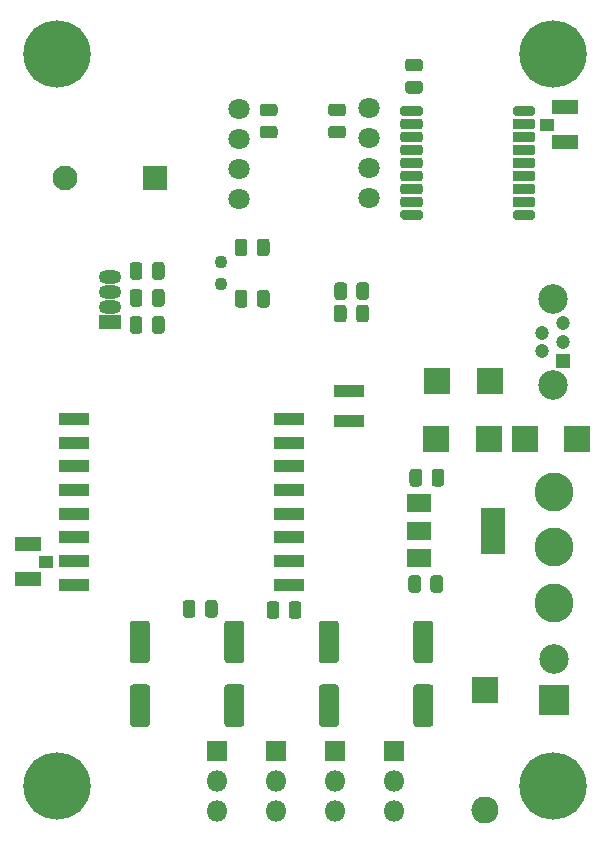
<source format=gbs>
%TF.GenerationSoftware,KiCad,Pcbnew,(5.1.6-0-10_14)*%
%TF.CreationDate,2021-05-13T11:26:55+02:00*%
%TF.ProjectId,ControlUnit,436f6e74-726f-46c5-956e-69742e6b6963,rev?*%
%TF.SameCoordinates,Original*%
%TF.FileFunction,Soldermask,Bot*%
%TF.FilePolarity,Negative*%
%FSLAX46Y46*%
G04 Gerber Fmt 4.6, Leading zero omitted, Abs format (unit mm)*
G04 Created by KiCad (PCBNEW (5.1.6-0-10_14)) date 2021-05-13 11:26:55*
%MOMM*%
%LPD*%
G01*
G04 APERTURE LIST*
%ADD10R,2.600000X1.100000*%
%ADD11R,2.100000X2.100000*%
%ADD12C,2.100000*%
%ADD13R,1.900000X1.170000*%
%ADD14O,1.900000X1.170000*%
%ADD15R,2.500000X2.500000*%
%ADD16C,2.500000*%
%ADD17R,1.200000X1.200000*%
%ADD18C,1.200000*%
%ADD19R,2.300000X1.150000*%
%ADD20R,1.150000X1.100000*%
%ADD21R,1.800000X1.800000*%
%ADD22O,1.800000X1.800000*%
%ADD23C,1.800000*%
%ADD24R,2.100000X1.600000*%
%ADD25R,2.100000X3.900000*%
%ADD26C,1.100000*%
%ADD27C,5.700000*%
%ADD28C,3.300000*%
%ADD29R,2.280000X2.220000*%
%ADD30R,2.300000X2.300000*%
%ADD31O,2.300000X2.300000*%
G04 APERTURE END LIST*
D10*
%TO.C,U4*%
X105454000Y-84948000D03*
X105454000Y-86948000D03*
X105454000Y-88948000D03*
X105454000Y-90948000D03*
X105454000Y-92948000D03*
X105454000Y-94948000D03*
X105454000Y-96948000D03*
X105454000Y-98948000D03*
X123654000Y-98948000D03*
X123654000Y-96948000D03*
X123654000Y-94948000D03*
X123654000Y-92948000D03*
X123654000Y-90948000D03*
X123654000Y-88948000D03*
X123654000Y-86948000D03*
X123654000Y-84948000D03*
%TD*%
%TO.C,J13*%
X128725000Y-85100000D03*
X128725000Y-82560000D03*
%TD*%
%TO.C,R2*%
G36*
G01*
X127462500Y-74581250D02*
X127462500Y-73618750D01*
G75*
G02*
X127731250Y-73350000I268750J0D01*
G01*
X128268750Y-73350000D01*
G75*
G02*
X128537500Y-73618750I0J-268750D01*
G01*
X128537500Y-74581250D01*
G75*
G02*
X128268750Y-74850000I-268750J0D01*
G01*
X127731250Y-74850000D01*
G75*
G02*
X127462500Y-74581250I0J268750D01*
G01*
G37*
G36*
G01*
X129337500Y-74581250D02*
X129337500Y-73618750D01*
G75*
G02*
X129606250Y-73350000I268750J0D01*
G01*
X130143750Y-73350000D01*
G75*
G02*
X130412500Y-73618750I0J-268750D01*
G01*
X130412500Y-74581250D01*
G75*
G02*
X130143750Y-74850000I-268750J0D01*
G01*
X129606250Y-74850000D01*
G75*
G02*
X129337500Y-74581250I0J268750D01*
G01*
G37*
%TD*%
D11*
%TO.C,BZ1*%
X112268000Y-64516000D03*
D12*
X104668000Y-64516000D03*
%TD*%
%TO.C,C2*%
G36*
G01*
X121975000Y-69918750D02*
X121975000Y-70881250D01*
G75*
G02*
X121706250Y-71150000I-268750J0D01*
G01*
X121168750Y-71150000D01*
G75*
G02*
X120900000Y-70881250I0J268750D01*
G01*
X120900000Y-69918750D01*
G75*
G02*
X121168750Y-69650000I268750J0D01*
G01*
X121706250Y-69650000D01*
G75*
G02*
X121975000Y-69918750I0J-268750D01*
G01*
G37*
G36*
G01*
X120100000Y-69918750D02*
X120100000Y-70881250D01*
G75*
G02*
X119831250Y-71150000I-268750J0D01*
G01*
X119293750Y-71150000D01*
G75*
G02*
X119025000Y-70881250I0J268750D01*
G01*
X119025000Y-69918750D01*
G75*
G02*
X119293750Y-69650000I268750J0D01*
G01*
X119831250Y-69650000D01*
G75*
G02*
X120100000Y-69918750I0J-268750D01*
G01*
G37*
%TD*%
%TO.C,C3*%
G36*
G01*
X120900000Y-75231250D02*
X120900000Y-74268750D01*
G75*
G02*
X121168750Y-74000000I268750J0D01*
G01*
X121706250Y-74000000D01*
G75*
G02*
X121975000Y-74268750I0J-268750D01*
G01*
X121975000Y-75231250D01*
G75*
G02*
X121706250Y-75500000I-268750J0D01*
G01*
X121168750Y-75500000D01*
G75*
G02*
X120900000Y-75231250I0J268750D01*
G01*
G37*
G36*
G01*
X119025000Y-75231250D02*
X119025000Y-74268750D01*
G75*
G02*
X119293750Y-74000000I268750J0D01*
G01*
X119831250Y-74000000D01*
G75*
G02*
X120100000Y-74268750I0J-268750D01*
G01*
X120100000Y-75231250D01*
G75*
G02*
X119831250Y-75500000I-268750J0D01*
G01*
X119293750Y-75500000D01*
G75*
G02*
X119025000Y-75231250I0J268750D01*
G01*
G37*
%TD*%
%TO.C,C5*%
G36*
G01*
X134800000Y-98418750D02*
X134800000Y-99381250D01*
G75*
G02*
X134531250Y-99650000I-268750J0D01*
G01*
X133993750Y-99650000D01*
G75*
G02*
X133725000Y-99381250I0J268750D01*
G01*
X133725000Y-98418750D01*
G75*
G02*
X133993750Y-98150000I268750J0D01*
G01*
X134531250Y-98150000D01*
G75*
G02*
X134800000Y-98418750I0J-268750D01*
G01*
G37*
G36*
G01*
X136675000Y-98418750D02*
X136675000Y-99381250D01*
G75*
G02*
X136406250Y-99650000I-268750J0D01*
G01*
X135868750Y-99650000D01*
G75*
G02*
X135600000Y-99381250I0J268750D01*
G01*
X135600000Y-98418750D01*
G75*
G02*
X135868750Y-98150000I268750J0D01*
G01*
X136406250Y-98150000D01*
G75*
G02*
X136675000Y-98418750I0J-268750D01*
G01*
G37*
%TD*%
%TO.C,C6*%
G36*
G01*
X136775000Y-89418750D02*
X136775000Y-90381250D01*
G75*
G02*
X136506250Y-90650000I-268750J0D01*
G01*
X135968750Y-90650000D01*
G75*
G02*
X135700000Y-90381250I0J268750D01*
G01*
X135700000Y-89418750D01*
G75*
G02*
X135968750Y-89150000I268750J0D01*
G01*
X136506250Y-89150000D01*
G75*
G02*
X136775000Y-89418750I0J-268750D01*
G01*
G37*
G36*
G01*
X134900000Y-89418750D02*
X134900000Y-90381250D01*
G75*
G02*
X134631250Y-90650000I-268750J0D01*
G01*
X134093750Y-90650000D01*
G75*
G02*
X133825000Y-90381250I0J268750D01*
G01*
X133825000Y-89418750D01*
G75*
G02*
X134093750Y-89150000I268750J0D01*
G01*
X134631250Y-89150000D01*
G75*
G02*
X134900000Y-89418750I0J-268750D01*
G01*
G37*
%TD*%
%TO.C,C11*%
G36*
G01*
X122800000Y-100618750D02*
X122800000Y-101581250D01*
G75*
G02*
X122531250Y-101850000I-268750J0D01*
G01*
X121993750Y-101850000D01*
G75*
G02*
X121725000Y-101581250I0J268750D01*
G01*
X121725000Y-100618750D01*
G75*
G02*
X121993750Y-100350000I268750J0D01*
G01*
X122531250Y-100350000D01*
G75*
G02*
X122800000Y-100618750I0J-268750D01*
G01*
G37*
G36*
G01*
X124675000Y-100618750D02*
X124675000Y-101581250D01*
G75*
G02*
X124406250Y-101850000I-268750J0D01*
G01*
X123868750Y-101850000D01*
G75*
G02*
X123600000Y-101581250I0J268750D01*
G01*
X123600000Y-100618750D01*
G75*
G02*
X123868750Y-100350000I268750J0D01*
G01*
X124406250Y-100350000D01*
G75*
G02*
X124675000Y-100618750I0J-268750D01*
G01*
G37*
%TD*%
%TO.C,C12*%
G36*
G01*
X115700000Y-100518750D02*
X115700000Y-101481250D01*
G75*
G02*
X115431250Y-101750000I-268750J0D01*
G01*
X114893750Y-101750000D01*
G75*
G02*
X114625000Y-101481250I0J268750D01*
G01*
X114625000Y-100518750D01*
G75*
G02*
X114893750Y-100250000I268750J0D01*
G01*
X115431250Y-100250000D01*
G75*
G02*
X115700000Y-100518750I0J-268750D01*
G01*
G37*
G36*
G01*
X117575000Y-100518750D02*
X117575000Y-101481250D01*
G75*
G02*
X117306250Y-101750000I-268750J0D01*
G01*
X116768750Y-101750000D01*
G75*
G02*
X116500000Y-101481250I0J268750D01*
G01*
X116500000Y-100518750D01*
G75*
G02*
X116768750Y-100250000I268750J0D01*
G01*
X117306250Y-100250000D01*
G75*
G02*
X117575000Y-100518750I0J-268750D01*
G01*
G37*
%TD*%
%TO.C,C13*%
G36*
G01*
X134681250Y-57375000D02*
X133718750Y-57375000D01*
G75*
G02*
X133450000Y-57106250I0J268750D01*
G01*
X133450000Y-56568750D01*
G75*
G02*
X133718750Y-56300000I268750J0D01*
G01*
X134681250Y-56300000D01*
G75*
G02*
X134950000Y-56568750I0J-268750D01*
G01*
X134950000Y-57106250D01*
G75*
G02*
X134681250Y-57375000I-268750J0D01*
G01*
G37*
G36*
G01*
X134681250Y-55500000D02*
X133718750Y-55500000D01*
G75*
G02*
X133450000Y-55231250I0J268750D01*
G01*
X133450000Y-54693750D01*
G75*
G02*
X133718750Y-54425000I268750J0D01*
G01*
X134681250Y-54425000D01*
G75*
G02*
X134950000Y-54693750I0J-268750D01*
G01*
X134950000Y-55231250D01*
G75*
G02*
X134681250Y-55500000I-268750J0D01*
G01*
G37*
%TD*%
%TO.C,C14*%
G36*
G01*
X121418750Y-58225000D02*
X122381250Y-58225000D01*
G75*
G02*
X122650000Y-58493750I0J-268750D01*
G01*
X122650000Y-59031250D01*
G75*
G02*
X122381250Y-59300000I-268750J0D01*
G01*
X121418750Y-59300000D01*
G75*
G02*
X121150000Y-59031250I0J268750D01*
G01*
X121150000Y-58493750D01*
G75*
G02*
X121418750Y-58225000I268750J0D01*
G01*
G37*
G36*
G01*
X121418750Y-60100000D02*
X122381250Y-60100000D01*
G75*
G02*
X122650000Y-60368750I0J-268750D01*
G01*
X122650000Y-60906250D01*
G75*
G02*
X122381250Y-61175000I-268750J0D01*
G01*
X121418750Y-61175000D01*
G75*
G02*
X121150000Y-60906250I0J268750D01*
G01*
X121150000Y-60368750D01*
G75*
G02*
X121418750Y-60100000I268750J0D01*
G01*
G37*
%TD*%
%TO.C,C16*%
G36*
G01*
X127218750Y-58225000D02*
X128181250Y-58225000D01*
G75*
G02*
X128450000Y-58493750I0J-268750D01*
G01*
X128450000Y-59031250D01*
G75*
G02*
X128181250Y-59300000I-268750J0D01*
G01*
X127218750Y-59300000D01*
G75*
G02*
X126950000Y-59031250I0J268750D01*
G01*
X126950000Y-58493750D01*
G75*
G02*
X127218750Y-58225000I268750J0D01*
G01*
G37*
G36*
G01*
X127218750Y-60100000D02*
X128181250Y-60100000D01*
G75*
G02*
X128450000Y-60368750I0J-268750D01*
G01*
X128450000Y-60906250D01*
G75*
G02*
X128181250Y-61175000I-268750J0D01*
G01*
X127218750Y-61175000D01*
G75*
G02*
X126950000Y-60906250I0J268750D01*
G01*
X126950000Y-60368750D01*
G75*
G02*
X127218750Y-60100000I268750J0D01*
G01*
G37*
%TD*%
D13*
%TO.C,D2*%
X108458000Y-76708000D03*
D14*
X108458000Y-75438000D03*
X108458000Y-74168000D03*
X108458000Y-72898000D03*
%TD*%
D15*
%TO.C,J1*%
X146050000Y-108712000D03*
D16*
X146050000Y-105212000D03*
%TD*%
D17*
%TO.C,J2*%
X146812000Y-80010000D03*
D18*
X145062000Y-79210000D03*
X146812000Y-78410000D03*
X145062000Y-77610000D03*
X146812000Y-76810000D03*
D16*
X145937000Y-82060000D03*
X145937000Y-74760000D03*
%TD*%
D19*
%TO.C,J4*%
X101525000Y-95525000D03*
D20*
X103050000Y-97000000D03*
D19*
X101525000Y-98475000D03*
%TD*%
%TO.C,J5*%
X146975000Y-58525000D03*
D20*
X145450000Y-60000000D03*
D19*
X146975000Y-61475000D03*
%TD*%
D21*
%TO.C,J7*%
X117500000Y-113000000D03*
D22*
X117500000Y-115540000D03*
X117500000Y-118080000D03*
%TD*%
D23*
%TO.C,J8*%
X119380000Y-58674000D03*
X119380000Y-61214000D03*
X119380000Y-63754000D03*
X119380000Y-66294000D03*
%TD*%
D22*
%TO.C,J9*%
X122500000Y-118080000D03*
X122500000Y-115540000D03*
D21*
X122500000Y-113000000D03*
%TD*%
%TO.C,J10*%
X127500000Y-113000000D03*
D22*
X127500000Y-115540000D03*
X127500000Y-118080000D03*
%TD*%
%TO.C,R1*%
G36*
G01*
X129300000Y-76481250D02*
X129300000Y-75518750D01*
G75*
G02*
X129568750Y-75250000I268750J0D01*
G01*
X130106250Y-75250000D01*
G75*
G02*
X130375000Y-75518750I0J-268750D01*
G01*
X130375000Y-76481250D01*
G75*
G02*
X130106250Y-76750000I-268750J0D01*
G01*
X129568750Y-76750000D01*
G75*
G02*
X129300000Y-76481250I0J268750D01*
G01*
G37*
G36*
G01*
X127425000Y-76481250D02*
X127425000Y-75518750D01*
G75*
G02*
X127693750Y-75250000I268750J0D01*
G01*
X128231250Y-75250000D01*
G75*
G02*
X128500000Y-75518750I0J-268750D01*
G01*
X128500000Y-76481250D01*
G75*
G02*
X128231250Y-76750000I-268750J0D01*
G01*
X127693750Y-76750000D01*
G75*
G02*
X127425000Y-76481250I0J268750D01*
G01*
G37*
%TD*%
%TO.C,R4*%
G36*
G01*
X113091500Y-76480750D02*
X113091500Y-77443250D01*
G75*
G02*
X112822750Y-77712000I-268750J0D01*
G01*
X112285250Y-77712000D01*
G75*
G02*
X112016500Y-77443250I0J268750D01*
G01*
X112016500Y-76480750D01*
G75*
G02*
X112285250Y-76212000I268750J0D01*
G01*
X112822750Y-76212000D01*
G75*
G02*
X113091500Y-76480750I0J-268750D01*
G01*
G37*
G36*
G01*
X111216500Y-76480750D02*
X111216500Y-77443250D01*
G75*
G02*
X110947750Y-77712000I-268750J0D01*
G01*
X110410250Y-77712000D01*
G75*
G02*
X110141500Y-77443250I0J268750D01*
G01*
X110141500Y-76480750D01*
G75*
G02*
X110410250Y-76212000I268750J0D01*
G01*
X110947750Y-76212000D01*
G75*
G02*
X111216500Y-76480750I0J-268750D01*
G01*
G37*
%TD*%
%TO.C,R5*%
G36*
G01*
X111216500Y-74194750D02*
X111216500Y-75157250D01*
G75*
G02*
X110947750Y-75426000I-268750J0D01*
G01*
X110410250Y-75426000D01*
G75*
G02*
X110141500Y-75157250I0J268750D01*
G01*
X110141500Y-74194750D01*
G75*
G02*
X110410250Y-73926000I268750J0D01*
G01*
X110947750Y-73926000D01*
G75*
G02*
X111216500Y-74194750I0J-268750D01*
G01*
G37*
G36*
G01*
X113091500Y-74194750D02*
X113091500Y-75157250D01*
G75*
G02*
X112822750Y-75426000I-268750J0D01*
G01*
X112285250Y-75426000D01*
G75*
G02*
X112016500Y-75157250I0J268750D01*
G01*
X112016500Y-74194750D01*
G75*
G02*
X112285250Y-73926000I268750J0D01*
G01*
X112822750Y-73926000D01*
G75*
G02*
X113091500Y-74194750I0J-268750D01*
G01*
G37*
%TD*%
%TO.C,R6*%
G36*
G01*
X113091500Y-71908750D02*
X113091500Y-72871250D01*
G75*
G02*
X112822750Y-73140000I-268750J0D01*
G01*
X112285250Y-73140000D01*
G75*
G02*
X112016500Y-72871250I0J268750D01*
G01*
X112016500Y-71908750D01*
G75*
G02*
X112285250Y-71640000I268750J0D01*
G01*
X112822750Y-71640000D01*
G75*
G02*
X113091500Y-71908750I0J-268750D01*
G01*
G37*
G36*
G01*
X111216500Y-71908750D02*
X111216500Y-72871250D01*
G75*
G02*
X110947750Y-73140000I-268750J0D01*
G01*
X110410250Y-73140000D01*
G75*
G02*
X110141500Y-72871250I0J268750D01*
G01*
X110141500Y-71908750D01*
G75*
G02*
X110410250Y-71640000I268750J0D01*
G01*
X110947750Y-71640000D01*
G75*
G02*
X111216500Y-71908750I0J-268750D01*
G01*
G37*
%TD*%
D24*
%TO.C,U2*%
X134618000Y-96680000D03*
X134618000Y-92080000D03*
X134618000Y-94380000D03*
D25*
X140918000Y-94380000D03*
%TD*%
%TO.C,U5*%
G36*
G01*
X133050000Y-67850000D02*
X133050000Y-67450000D01*
G75*
G02*
X133250000Y-67250000I200000J0D01*
G01*
X134750000Y-67250000D01*
G75*
G02*
X134950000Y-67450000I0J-200000D01*
G01*
X134950000Y-67850000D01*
G75*
G02*
X134750000Y-68050000I-200000J0D01*
G01*
X133250000Y-68050000D01*
G75*
G02*
X133050000Y-67850000I0J200000D01*
G01*
G37*
G36*
G01*
X133050000Y-66775000D02*
X133050000Y-66325000D01*
G75*
G02*
X133275000Y-66100000I225000J0D01*
G01*
X134725000Y-66100000D01*
G75*
G02*
X134950000Y-66325000I0J-225000D01*
G01*
X134950000Y-66775000D01*
G75*
G02*
X134725000Y-67000000I-225000J0D01*
G01*
X133275000Y-67000000D01*
G75*
G02*
X133050000Y-66775000I0J225000D01*
G01*
G37*
G36*
G01*
X133050000Y-65675000D02*
X133050000Y-65225000D01*
G75*
G02*
X133275000Y-65000000I225000J0D01*
G01*
X134725000Y-65000000D01*
G75*
G02*
X134950000Y-65225000I0J-225000D01*
G01*
X134950000Y-65675000D01*
G75*
G02*
X134725000Y-65900000I-225000J0D01*
G01*
X133275000Y-65900000D01*
G75*
G02*
X133050000Y-65675000I0J225000D01*
G01*
G37*
G36*
G01*
X133050000Y-64575000D02*
X133050000Y-64125000D01*
G75*
G02*
X133275000Y-63900000I225000J0D01*
G01*
X134725000Y-63900000D01*
G75*
G02*
X134950000Y-64125000I0J-225000D01*
G01*
X134950000Y-64575000D01*
G75*
G02*
X134725000Y-64800000I-225000J0D01*
G01*
X133275000Y-64800000D01*
G75*
G02*
X133050000Y-64575000I0J225000D01*
G01*
G37*
G36*
G01*
X133050000Y-63475000D02*
X133050000Y-63025000D01*
G75*
G02*
X133275000Y-62800000I225000J0D01*
G01*
X134725000Y-62800000D01*
G75*
G02*
X134950000Y-63025000I0J-225000D01*
G01*
X134950000Y-63475000D01*
G75*
G02*
X134725000Y-63700000I-225000J0D01*
G01*
X133275000Y-63700000D01*
G75*
G02*
X133050000Y-63475000I0J225000D01*
G01*
G37*
G36*
G01*
X133050000Y-62375000D02*
X133050000Y-61925000D01*
G75*
G02*
X133275000Y-61700000I225000J0D01*
G01*
X134725000Y-61700000D01*
G75*
G02*
X134950000Y-61925000I0J-225000D01*
G01*
X134950000Y-62375000D01*
G75*
G02*
X134725000Y-62600000I-225000J0D01*
G01*
X133275000Y-62600000D01*
G75*
G02*
X133050000Y-62375000I0J225000D01*
G01*
G37*
G36*
G01*
X133050000Y-61275000D02*
X133050000Y-60825000D01*
G75*
G02*
X133275000Y-60600000I225000J0D01*
G01*
X134725000Y-60600000D01*
G75*
G02*
X134950000Y-60825000I0J-225000D01*
G01*
X134950000Y-61275000D01*
G75*
G02*
X134725000Y-61500000I-225000J0D01*
G01*
X133275000Y-61500000D01*
G75*
G02*
X133050000Y-61275000I0J225000D01*
G01*
G37*
G36*
G01*
X133050000Y-60175000D02*
X133050000Y-59725000D01*
G75*
G02*
X133275000Y-59500000I225000J0D01*
G01*
X134725000Y-59500000D01*
G75*
G02*
X134950000Y-59725000I0J-225000D01*
G01*
X134950000Y-60175000D01*
G75*
G02*
X134725000Y-60400000I-225000J0D01*
G01*
X133275000Y-60400000D01*
G75*
G02*
X133050000Y-60175000I0J225000D01*
G01*
G37*
G36*
G01*
X133050000Y-59050000D02*
X133050000Y-58650000D01*
G75*
G02*
X133250000Y-58450000I200000J0D01*
G01*
X134750000Y-58450000D01*
G75*
G02*
X134950000Y-58650000I0J-200000D01*
G01*
X134950000Y-59050000D01*
G75*
G02*
X134750000Y-59250000I-200000J0D01*
G01*
X133250000Y-59250000D01*
G75*
G02*
X133050000Y-59050000I0J200000D01*
G01*
G37*
G36*
G01*
X142550000Y-59050000D02*
X142550000Y-58650000D01*
G75*
G02*
X142750000Y-58450000I200000J0D01*
G01*
X144250000Y-58450000D01*
G75*
G02*
X144450000Y-58650000I0J-200000D01*
G01*
X144450000Y-59050000D01*
G75*
G02*
X144250000Y-59250000I-200000J0D01*
G01*
X142750000Y-59250000D01*
G75*
G02*
X142550000Y-59050000I0J200000D01*
G01*
G37*
G36*
G01*
X142550000Y-60175000D02*
X142550000Y-59725000D01*
G75*
G02*
X142775000Y-59500000I225000J0D01*
G01*
X144225000Y-59500000D01*
G75*
G02*
X144450000Y-59725000I0J-225000D01*
G01*
X144450000Y-60175000D01*
G75*
G02*
X144225000Y-60400000I-225000J0D01*
G01*
X142775000Y-60400000D01*
G75*
G02*
X142550000Y-60175000I0J225000D01*
G01*
G37*
G36*
G01*
X142550000Y-61275000D02*
X142550000Y-60825000D01*
G75*
G02*
X142775000Y-60600000I225000J0D01*
G01*
X144225000Y-60600000D01*
G75*
G02*
X144450000Y-60825000I0J-225000D01*
G01*
X144450000Y-61275000D01*
G75*
G02*
X144225000Y-61500000I-225000J0D01*
G01*
X142775000Y-61500000D01*
G75*
G02*
X142550000Y-61275000I0J225000D01*
G01*
G37*
G36*
G01*
X142550000Y-62375000D02*
X142550000Y-61925000D01*
G75*
G02*
X142775000Y-61700000I225000J0D01*
G01*
X144225000Y-61700000D01*
G75*
G02*
X144450000Y-61925000I0J-225000D01*
G01*
X144450000Y-62375000D01*
G75*
G02*
X144225000Y-62600000I-225000J0D01*
G01*
X142775000Y-62600000D01*
G75*
G02*
X142550000Y-62375000I0J225000D01*
G01*
G37*
G36*
G01*
X142550000Y-63475000D02*
X142550000Y-63025000D01*
G75*
G02*
X142775000Y-62800000I225000J0D01*
G01*
X144225000Y-62800000D01*
G75*
G02*
X144450000Y-63025000I0J-225000D01*
G01*
X144450000Y-63475000D01*
G75*
G02*
X144225000Y-63700000I-225000J0D01*
G01*
X142775000Y-63700000D01*
G75*
G02*
X142550000Y-63475000I0J225000D01*
G01*
G37*
G36*
G01*
X142550000Y-64575000D02*
X142550000Y-64125000D01*
G75*
G02*
X142775000Y-63900000I225000J0D01*
G01*
X144225000Y-63900000D01*
G75*
G02*
X144450000Y-64125000I0J-225000D01*
G01*
X144450000Y-64575000D01*
G75*
G02*
X144225000Y-64800000I-225000J0D01*
G01*
X142775000Y-64800000D01*
G75*
G02*
X142550000Y-64575000I0J225000D01*
G01*
G37*
G36*
G01*
X142550000Y-65675000D02*
X142550000Y-65225000D01*
G75*
G02*
X142775000Y-65000000I225000J0D01*
G01*
X144225000Y-65000000D01*
G75*
G02*
X144450000Y-65225000I0J-225000D01*
G01*
X144450000Y-65675000D01*
G75*
G02*
X144225000Y-65900000I-225000J0D01*
G01*
X142775000Y-65900000D01*
G75*
G02*
X142550000Y-65675000I0J225000D01*
G01*
G37*
G36*
G01*
X142550000Y-66775000D02*
X142550000Y-66325000D01*
G75*
G02*
X142775000Y-66100000I225000J0D01*
G01*
X144225000Y-66100000D01*
G75*
G02*
X144450000Y-66325000I0J-225000D01*
G01*
X144450000Y-66775000D01*
G75*
G02*
X144225000Y-67000000I-225000J0D01*
G01*
X142775000Y-67000000D01*
G75*
G02*
X142550000Y-66775000I0J225000D01*
G01*
G37*
G36*
G01*
X142550000Y-67850000D02*
X142550000Y-67450000D01*
G75*
G02*
X142750000Y-67250000I200000J0D01*
G01*
X144250000Y-67250000D01*
G75*
G02*
X144450000Y-67450000I0J-200000D01*
G01*
X144450000Y-67850000D01*
G75*
G02*
X144250000Y-68050000I-200000J0D01*
G01*
X142750000Y-68050000D01*
G75*
G02*
X142550000Y-67850000I0J200000D01*
G01*
G37*
%TD*%
D26*
%TO.C,Y1*%
X117856000Y-71628000D03*
X117856000Y-73528000D03*
%TD*%
D27*
%TO.C,H1*%
X104000000Y-54000000D03*
%TD*%
%TO.C,H2*%
X146000000Y-54000000D03*
%TD*%
%TO.C,H3*%
X104000000Y-116000000D03*
%TD*%
%TO.C,H4*%
X146000000Y-116000000D03*
%TD*%
D28*
%TO.C,SW1*%
X146050000Y-95800000D03*
X146050000Y-100500000D03*
X146050000Y-91100000D03*
%TD*%
D29*
%TO.C,D7*%
X148015000Y-86600000D03*
X143585000Y-86600000D03*
%TD*%
%TO.C,D8*%
X136085000Y-86600000D03*
X140515000Y-86600000D03*
%TD*%
D21*
%TO.C,J12*%
X132500000Y-113000000D03*
D22*
X132500000Y-115540000D03*
X132500000Y-118080000D03*
%TD*%
%TO.C,C15*%
G36*
G01*
X111584375Y-111000000D02*
X110415625Y-111000000D01*
G75*
G02*
X110150000Y-110734375I0J265625D01*
G01*
X110150000Y-107665625D01*
G75*
G02*
X110415625Y-107400000I265625J0D01*
G01*
X111584375Y-107400000D01*
G75*
G02*
X111850000Y-107665625I0J-265625D01*
G01*
X111850000Y-110734375D01*
G75*
G02*
X111584375Y-111000000I-265625J0D01*
G01*
G37*
G36*
G01*
X111584375Y-105600000D02*
X110415625Y-105600000D01*
G75*
G02*
X110150000Y-105334375I0J265625D01*
G01*
X110150000Y-102265625D01*
G75*
G02*
X110415625Y-102000000I265625J0D01*
G01*
X111584375Y-102000000D01*
G75*
G02*
X111850000Y-102265625I0J-265625D01*
G01*
X111850000Y-105334375D01*
G75*
G02*
X111584375Y-105600000I-265625J0D01*
G01*
G37*
%TD*%
%TO.C,C17*%
G36*
G01*
X119584375Y-105600000D02*
X118415625Y-105600000D01*
G75*
G02*
X118150000Y-105334375I0J265625D01*
G01*
X118150000Y-102265625D01*
G75*
G02*
X118415625Y-102000000I265625J0D01*
G01*
X119584375Y-102000000D01*
G75*
G02*
X119850000Y-102265625I0J-265625D01*
G01*
X119850000Y-105334375D01*
G75*
G02*
X119584375Y-105600000I-265625J0D01*
G01*
G37*
G36*
G01*
X119584375Y-111000000D02*
X118415625Y-111000000D01*
G75*
G02*
X118150000Y-110734375I0J265625D01*
G01*
X118150000Y-107665625D01*
G75*
G02*
X118415625Y-107400000I265625J0D01*
G01*
X119584375Y-107400000D01*
G75*
G02*
X119850000Y-107665625I0J-265625D01*
G01*
X119850000Y-110734375D01*
G75*
G02*
X119584375Y-111000000I-265625J0D01*
G01*
G37*
%TD*%
%TO.C,C18*%
G36*
G01*
X127584375Y-111000000D02*
X126415625Y-111000000D01*
G75*
G02*
X126150000Y-110734375I0J265625D01*
G01*
X126150000Y-107665625D01*
G75*
G02*
X126415625Y-107400000I265625J0D01*
G01*
X127584375Y-107400000D01*
G75*
G02*
X127850000Y-107665625I0J-265625D01*
G01*
X127850000Y-110734375D01*
G75*
G02*
X127584375Y-111000000I-265625J0D01*
G01*
G37*
G36*
G01*
X127584375Y-105600000D02*
X126415625Y-105600000D01*
G75*
G02*
X126150000Y-105334375I0J265625D01*
G01*
X126150000Y-102265625D01*
G75*
G02*
X126415625Y-102000000I265625J0D01*
G01*
X127584375Y-102000000D01*
G75*
G02*
X127850000Y-102265625I0J-265625D01*
G01*
X127850000Y-105334375D01*
G75*
G02*
X127584375Y-105600000I-265625J0D01*
G01*
G37*
%TD*%
%TO.C,C20*%
G36*
G01*
X135584375Y-105600000D02*
X134415625Y-105600000D01*
G75*
G02*
X134150000Y-105334375I0J265625D01*
G01*
X134150000Y-102265625D01*
G75*
G02*
X134415625Y-102000000I265625J0D01*
G01*
X135584375Y-102000000D01*
G75*
G02*
X135850000Y-102265625I0J-265625D01*
G01*
X135850000Y-105334375D01*
G75*
G02*
X135584375Y-105600000I-265625J0D01*
G01*
G37*
G36*
G01*
X135584375Y-111000000D02*
X134415625Y-111000000D01*
G75*
G02*
X134150000Y-110734375I0J265625D01*
G01*
X134150000Y-107665625D01*
G75*
G02*
X134415625Y-107400000I265625J0D01*
G01*
X135584375Y-107400000D01*
G75*
G02*
X135850000Y-107665625I0J-265625D01*
G01*
X135850000Y-110734375D01*
G75*
G02*
X135584375Y-111000000I-265625J0D01*
G01*
G37*
%TD*%
D23*
%TO.C,J11*%
X130400000Y-58600000D03*
X130400000Y-61140000D03*
X130400000Y-63680000D03*
X130400000Y-66220000D03*
%TD*%
D29*
%TO.C,D9*%
X136185000Y-81700000D03*
X140615000Y-81700000D03*
%TD*%
D30*
%TO.C,D1*%
X140200000Y-107900000D03*
D31*
X140200000Y-118060000D03*
%TD*%
M02*

</source>
